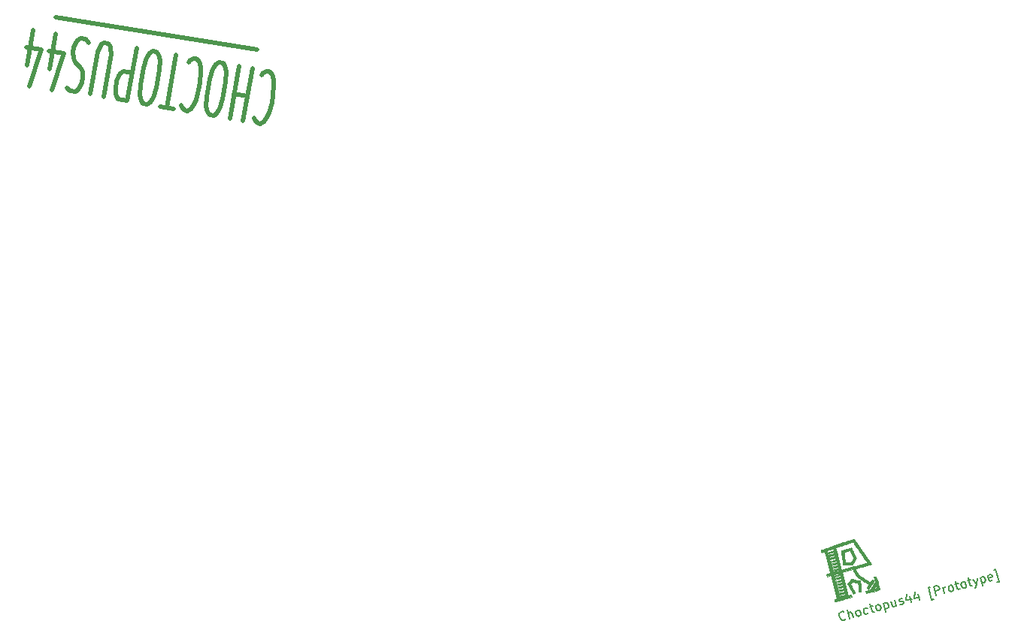
<source format=gto>
G04 #@! TF.GenerationSoftware,KiCad,Pcbnew,(5.1.9)-1*
G04 #@! TF.CreationDate,2021-07-06T13:23:13+03:00*
G04 #@! TF.ProjectId,choctopus44-top-plate,63686f63-746f-4707-9573-34342d746f70,1.0 Prototype*
G04 #@! TF.SameCoordinates,Original*
G04 #@! TF.FileFunction,Legend,Top*
G04 #@! TF.FilePolarity,Positive*
%FSLAX46Y46*%
G04 Gerber Fmt 4.6, Leading zero omitted, Abs format (unit mm)*
G04 Created by KiCad (PCBNEW (5.1.9)-1) date 2021-07-06 13:23:13*
%MOMM*%
%LPD*%
G01*
G04 APERTURE LIST*
%ADD10C,0.500000*%
%ADD11C,0.150000*%
%ADD12C,0.010000*%
%ADD13C,3.600000*%
%ADD14C,2.400000*%
G04 APERTURE END LIST*
D10*
X133050679Y-51294280D02*
X155676998Y-54894795D01*
X156202853Y-57818057D02*
X156378633Y-57558702D01*
X156807726Y-57343558D01*
X157061040Y-57387768D01*
X157391888Y-57735544D01*
X157546957Y-58342674D01*
X157575368Y-58927698D01*
X157505535Y-60075643D01*
X157358167Y-60920022D01*
X157035020Y-62023756D01*
X156810118Y-62564571D01*
X156458559Y-63083280D01*
X156029465Y-63298424D01*
X155776151Y-63254214D01*
X155445303Y-62906439D01*
X155367769Y-62602874D01*
X155161186Y-57056191D02*
X154129612Y-62966847D01*
X154620838Y-60152249D02*
X153100955Y-59886987D01*
X153641303Y-56790929D02*
X152609729Y-62701585D01*
X150836532Y-62392112D02*
X150329904Y-62303692D01*
X150125713Y-61978021D01*
X149970644Y-61370891D01*
X150040478Y-60222947D01*
X150384336Y-58252728D01*
X150707483Y-57148994D01*
X151059042Y-56630285D01*
X151361479Y-56393036D01*
X151868106Y-56481456D01*
X152072298Y-56807126D01*
X152227366Y-57414256D01*
X152157533Y-58562201D01*
X151813675Y-60532419D01*
X151490527Y-61636154D01*
X151138968Y-62154863D01*
X150836532Y-62392112D01*
X147970154Y-56381221D02*
X148145933Y-56121866D01*
X148575027Y-55906722D01*
X148828340Y-55950932D01*
X149159189Y-56298708D01*
X149314257Y-56905837D01*
X149342669Y-57490862D01*
X149272835Y-58638807D01*
X149125468Y-59483186D01*
X148802320Y-60586920D01*
X148577418Y-61127735D01*
X148225859Y-61646444D01*
X147796766Y-61861588D01*
X147543452Y-61817378D01*
X147212604Y-61469603D01*
X147135070Y-61166038D01*
X146276883Y-61596326D02*
X144757000Y-61331064D01*
X146548516Y-55553039D02*
X145516941Y-61463695D01*
X143363774Y-61087907D02*
X142857146Y-60999487D01*
X142652955Y-60673816D01*
X142497886Y-60066686D01*
X142567720Y-58918742D01*
X142911578Y-56948523D01*
X143234725Y-55844789D01*
X143586284Y-55326080D01*
X143888721Y-55088831D01*
X144395348Y-55177251D01*
X144599540Y-55502921D01*
X144754608Y-56110051D01*
X144684775Y-57257996D01*
X144340917Y-59228214D01*
X144017769Y-60331948D01*
X143666210Y-60850658D01*
X143363774Y-61087907D01*
X142115524Y-54779358D02*
X141083949Y-60690014D01*
X140070694Y-60513173D01*
X139866503Y-60187503D01*
X139788969Y-59883938D01*
X139760557Y-59298913D01*
X139907925Y-58454533D01*
X140132827Y-57913719D01*
X140308606Y-57654364D01*
X140611043Y-57417115D01*
X141624298Y-57593956D01*
X138424154Y-60225806D02*
X139259238Y-55440989D01*
X139230827Y-54855964D01*
X139153292Y-54552399D01*
X138949101Y-54226729D01*
X138442474Y-54138308D01*
X138140037Y-54375558D01*
X137964258Y-54634912D01*
X137739356Y-55175727D01*
X136904271Y-59960544D01*
X136746811Y-54132401D02*
X136415963Y-53784626D01*
X135782678Y-53674100D01*
X135480242Y-53911349D01*
X135304462Y-54170704D01*
X135079560Y-54711518D01*
X134981315Y-55274438D01*
X135009727Y-55859463D01*
X135087261Y-56163028D01*
X135291452Y-56488698D01*
X135748957Y-56858578D01*
X135953149Y-57184248D01*
X136030683Y-57487813D01*
X136059095Y-58072838D01*
X135960849Y-58635758D01*
X135735947Y-59176572D01*
X135560168Y-59435927D01*
X135257731Y-59673176D01*
X134624447Y-59562650D01*
X134293599Y-59214875D01*
X132308510Y-57128223D02*
X132996226Y-53187786D01*
X132548814Y-59490428D02*
X133918937Y-55379056D01*
X132272397Y-55091689D01*
X129775372Y-56686120D02*
X130463088Y-52745683D01*
X130015675Y-59048324D02*
X131385799Y-54936953D01*
X129739259Y-54649586D01*
D11*
X221967074Y-119105747D02*
X221933402Y-119164068D01*
X221807738Y-119247038D01*
X221715745Y-119271688D01*
X221565431Y-119262666D01*
X221448788Y-119195322D01*
X221378142Y-119115654D01*
X221282847Y-118943993D01*
X221245873Y-118806003D01*
X221242571Y-118609693D01*
X221263918Y-118505375D01*
X221331261Y-118388733D01*
X221456926Y-118305762D01*
X221548919Y-118281113D01*
X221699233Y-118290135D01*
X221757554Y-118323807D01*
X222405692Y-119086817D02*
X222146873Y-118120891D01*
X222819660Y-118975895D02*
X222684088Y-118469934D01*
X222613442Y-118390265D01*
X222509125Y-118368918D01*
X222371135Y-118405892D01*
X222291467Y-118476538D01*
X222257795Y-118534860D01*
X223417614Y-118815673D02*
X223313296Y-118794326D01*
X223254975Y-118760655D01*
X223184329Y-118680986D01*
X223110381Y-118405008D01*
X223131728Y-118300690D01*
X223165400Y-118242369D01*
X223245068Y-118171723D01*
X223383057Y-118134749D01*
X223487375Y-118156096D01*
X223545696Y-118189767D01*
X223616342Y-118269436D01*
X223690291Y-118545415D01*
X223668943Y-118649732D01*
X223635272Y-118708053D01*
X223555604Y-118778699D01*
X223417614Y-118815673D01*
X224555201Y-118461559D02*
X224475533Y-118532205D01*
X224291547Y-118581504D01*
X224187229Y-118560157D01*
X224128908Y-118526485D01*
X224058262Y-118446817D01*
X223984314Y-118170838D01*
X224005661Y-118066520D01*
X224039333Y-118008199D01*
X224119001Y-117937553D01*
X224302987Y-117888254D01*
X224407305Y-117909601D01*
X224670959Y-117789657D02*
X225038930Y-117691059D01*
X224722675Y-117430707D02*
X224944520Y-118258644D01*
X225015166Y-118338312D01*
X225119483Y-118359659D01*
X225211476Y-118335009D01*
X225671441Y-118211762D02*
X225567123Y-118190415D01*
X225508802Y-118156744D01*
X225438156Y-118077075D01*
X225364208Y-117801096D01*
X225385555Y-117696779D01*
X225419227Y-117638458D01*
X225498895Y-117567812D01*
X225636884Y-117530838D01*
X225741202Y-117552185D01*
X225799523Y-117585856D01*
X225870169Y-117665525D01*
X225944117Y-117941503D01*
X225922770Y-118045821D01*
X225889099Y-118104142D01*
X225809430Y-118174788D01*
X225671441Y-118211762D01*
X226234839Y-117370616D02*
X226493658Y-118336542D01*
X226247163Y-117416613D02*
X226326831Y-117345967D01*
X226510817Y-117296668D01*
X226615135Y-117318015D01*
X226673456Y-117351687D01*
X226744102Y-117431355D01*
X226818050Y-117707334D01*
X226796703Y-117811651D01*
X226763032Y-117869973D01*
X226683363Y-117940619D01*
X226499377Y-117989917D01*
X226395060Y-117968570D01*
X227522740Y-117025524D02*
X227695286Y-117669475D01*
X227108771Y-117136447D02*
X227244343Y-117642408D01*
X227314989Y-117722076D01*
X227419307Y-117743423D01*
X227557296Y-117706449D01*
X227636964Y-117635803D01*
X227670636Y-117577482D01*
X228096929Y-117512556D02*
X228201247Y-117533903D01*
X228385233Y-117484604D01*
X228464901Y-117413958D01*
X228486248Y-117309640D01*
X228473923Y-117263644D01*
X228403277Y-117183976D01*
X228298960Y-117162629D01*
X228160970Y-117199603D01*
X228056653Y-117178256D01*
X227986007Y-117098588D01*
X227973682Y-117052591D01*
X227995029Y-116948274D01*
X228074697Y-116877628D01*
X228212687Y-116840653D01*
X228317004Y-116862001D01*
X229178612Y-116581834D02*
X229351158Y-117225785D01*
X228850032Y-116275486D02*
X228804921Y-117027057D01*
X229402875Y-116866836D01*
X230098542Y-116335340D02*
X230271088Y-116979291D01*
X229769962Y-116028992D02*
X229724850Y-116780563D01*
X230322804Y-116620341D01*
X231875244Y-116894550D02*
X231645262Y-116956174D01*
X231275520Y-115576280D01*
X231505503Y-115514656D01*
X232156943Y-116473977D02*
X231898124Y-115508051D01*
X232266096Y-115409454D01*
X232370413Y-115430801D01*
X232428735Y-115464473D01*
X232499380Y-115544141D01*
X232536355Y-115682130D01*
X232515008Y-115786448D01*
X232481336Y-115844769D01*
X232401668Y-115915415D01*
X232033696Y-116014013D01*
X233122869Y-116215158D02*
X232950323Y-115571208D01*
X232999622Y-115755194D02*
X233020969Y-115650876D01*
X233054640Y-115592555D01*
X233134309Y-115521909D01*
X233226302Y-115497259D01*
X233858812Y-116017963D02*
X233754495Y-115996616D01*
X233696173Y-115962944D01*
X233625528Y-115883276D01*
X233551579Y-115607297D01*
X233572926Y-115502979D01*
X233606598Y-115444658D01*
X233686266Y-115374012D01*
X233824256Y-115337038D01*
X233928573Y-115358385D01*
X233986895Y-115392057D01*
X234057540Y-115471725D01*
X234131489Y-115747704D01*
X234110142Y-115852022D01*
X234076470Y-115910343D01*
X233996802Y-115980989D01*
X233858812Y-116017963D01*
X234284220Y-115213791D02*
X234652192Y-115115193D01*
X234335937Y-114854841D02*
X234557782Y-115682778D01*
X234628428Y-115762446D01*
X234732745Y-115783793D01*
X234824738Y-115759144D01*
X235284703Y-115635897D02*
X235180385Y-115614550D01*
X235122064Y-115580878D01*
X235051418Y-115501210D01*
X234977470Y-115225231D01*
X234998817Y-115120913D01*
X235032489Y-115062592D01*
X235112157Y-114991946D01*
X235250146Y-114954972D01*
X235354464Y-114976319D01*
X235412785Y-115009991D01*
X235483431Y-115089659D01*
X235557379Y-115365638D01*
X235536032Y-115469955D01*
X235502360Y-115528277D01*
X235422692Y-115598922D01*
X235284703Y-115635897D01*
X235710111Y-114831725D02*
X236078083Y-114733127D01*
X235761827Y-114472775D02*
X235983672Y-115300712D01*
X236054318Y-115380380D01*
X236158636Y-115401727D01*
X236250629Y-115377078D01*
X236308065Y-114671503D02*
X236710593Y-115253830D01*
X236768030Y-114548256D02*
X236710593Y-115253830D01*
X236680224Y-115508462D01*
X236646552Y-115566783D01*
X236566884Y-115637429D01*
X237136001Y-114449658D02*
X237394820Y-115415584D01*
X237148326Y-114495655D02*
X237227994Y-114425009D01*
X237411980Y-114375710D01*
X237516298Y-114397057D01*
X237574619Y-114430729D01*
X237645265Y-114510397D01*
X237719213Y-114786376D01*
X237697866Y-114890694D01*
X237664194Y-114949015D01*
X237584526Y-115019661D01*
X237400540Y-115068960D01*
X237296223Y-115047613D01*
X238538127Y-114714845D02*
X238458459Y-114785491D01*
X238274473Y-114834790D01*
X238170156Y-114813443D01*
X238099510Y-114733775D01*
X238000912Y-114365803D01*
X238022259Y-114261485D01*
X238101927Y-114190839D01*
X238285913Y-114141541D01*
X238390231Y-114162888D01*
X238460877Y-114242556D01*
X238485526Y-114334549D01*
X238050211Y-114549789D01*
X239004697Y-114984219D02*
X239234679Y-114922596D01*
X238864938Y-113542702D01*
X238634955Y-113604325D01*
D12*
G36*
X223870909Y-111519845D02*
G01*
X224852658Y-112948495D01*
X224739799Y-112989593D01*
X224700736Y-113002293D01*
X224632716Y-113022693D01*
X224539499Y-113049729D01*
X224424841Y-113082343D01*
X224292501Y-113119473D01*
X224146238Y-113160057D01*
X223989810Y-113203033D01*
X223830142Y-113246482D01*
X223640668Y-113297977D01*
X223481752Y-113341595D01*
X223351182Y-113377999D01*
X223246743Y-113407849D01*
X223166222Y-113431804D01*
X223107404Y-113450530D01*
X223068075Y-113464683D01*
X223046023Y-113474927D01*
X223039031Y-113481922D01*
X223039117Y-113482642D01*
X223048990Y-113502631D01*
X223073463Y-113547391D01*
X223110022Y-113612464D01*
X223156153Y-113693396D01*
X223209343Y-113785731D01*
X223237274Y-113833878D01*
X223429657Y-114164748D01*
X223566122Y-114254153D01*
X223613085Y-114284926D01*
X223683933Y-114331356D01*
X223774225Y-114390534D01*
X223879524Y-114459551D01*
X223995389Y-114535495D01*
X224117379Y-114615457D01*
X224205659Y-114673324D01*
X224322491Y-114749517D01*
X224430582Y-114819262D01*
X224526635Y-114880487D01*
X224607351Y-114931122D01*
X224669429Y-114969094D01*
X224709571Y-114992332D01*
X224724262Y-114998927D01*
X224739037Y-114983766D01*
X224767451Y-114945726D01*
X224805286Y-114890708D01*
X224844444Y-114830718D01*
X224949095Y-114666671D01*
X225060560Y-114734971D01*
X225114254Y-114768666D01*
X225155413Y-114795986D01*
X225176532Y-114811915D01*
X225177693Y-114813295D01*
X225170159Y-114829039D01*
X225146771Y-114869070D01*
X225110133Y-114929284D01*
X225062849Y-115005575D01*
X225007526Y-115093837D01*
X224946767Y-115189965D01*
X224883177Y-115289853D01*
X224819360Y-115389396D01*
X224757922Y-115484488D01*
X224701467Y-115571023D01*
X224652600Y-115644895D01*
X224613924Y-115701998D01*
X224613536Y-115702561D01*
X224562304Y-115776681D01*
X224458662Y-115708998D01*
X224407346Y-115673807D01*
X224368676Y-115644129D01*
X224350294Y-115625872D01*
X224349855Y-115624867D01*
X224356711Y-115605237D01*
X224379154Y-115563464D01*
X224413790Y-115505451D01*
X224457222Y-115437102D01*
X224462731Y-115428686D01*
X224580774Y-115248952D01*
X224531261Y-115217788D01*
X224506968Y-115202118D01*
X224457532Y-115169915D01*
X224386108Y-115123246D01*
X224295854Y-115064179D01*
X224189926Y-114994780D01*
X224071484Y-114917117D01*
X223943683Y-114833256D01*
X223855966Y-114775664D01*
X223230183Y-114364705D01*
X223041075Y-114038591D01*
X222982838Y-113938262D01*
X222927375Y-113842898D01*
X222877965Y-113758122D01*
X222837884Y-113689554D01*
X222810410Y-113642814D01*
X222804658Y-113633119D01*
X222757347Y-113553760D01*
X221565654Y-113873073D01*
X222266881Y-116490087D01*
X222577652Y-116406816D01*
X222647775Y-116668519D01*
X221750221Y-116909018D01*
X221580376Y-116954723D01*
X221419282Y-116998451D01*
X221270117Y-117039315D01*
X221136056Y-117076425D01*
X221020273Y-117108896D01*
X220925944Y-117135838D01*
X220856246Y-117156363D01*
X220814354Y-117169585D01*
X220804292Y-117173435D01*
X220755917Y-117197353D01*
X220684699Y-116931563D01*
X220746004Y-116915011D01*
X220794891Y-116900140D01*
X220859787Y-116878274D01*
X220914921Y-116858450D01*
X221022532Y-116818440D01*
X221017225Y-116798636D01*
X221278927Y-116728513D01*
X221284962Y-116735592D01*
X221300736Y-116737950D01*
X221330135Y-116734824D01*
X221377045Y-116725453D01*
X221445353Y-116709073D01*
X221538946Y-116684923D01*
X221645341Y-116656629D01*
X221764265Y-116624481D01*
X221854108Y-116599375D01*
X221918618Y-116580028D01*
X221961541Y-116565157D01*
X221986626Y-116553480D01*
X221997616Y-116543711D01*
X221998606Y-116535675D01*
X221992571Y-116528597D01*
X221976798Y-116526239D01*
X221947399Y-116529365D01*
X221900489Y-116538735D01*
X221832181Y-116555115D01*
X221738587Y-116579266D01*
X221632193Y-116607560D01*
X221513269Y-116639708D01*
X221423425Y-116664814D01*
X221358915Y-116684160D01*
X221315992Y-116699031D01*
X221290908Y-116710709D01*
X221279916Y-116720477D01*
X221278927Y-116728513D01*
X221017225Y-116798636D01*
X220927381Y-116463331D01*
X221189082Y-116393208D01*
X221232909Y-116556771D01*
X221952588Y-116363934D01*
X221908761Y-116200371D01*
X221189082Y-116393208D01*
X220927381Y-116463331D01*
X220839727Y-116136204D01*
X221101428Y-116066081D01*
X221149638Y-116246001D01*
X221869317Y-116053164D01*
X221821108Y-115873244D01*
X221101428Y-116066081D01*
X220839727Y-116136204D01*
X220747691Y-115792720D01*
X221009392Y-115722598D01*
X221061984Y-115918874D01*
X221781664Y-115726036D01*
X221729072Y-115529760D01*
X221009392Y-115722598D01*
X220747691Y-115792720D01*
X220655655Y-115449237D01*
X220917356Y-115379115D01*
X220974331Y-115591748D01*
X221694011Y-115398910D01*
X221637036Y-115186277D01*
X220917356Y-115379115D01*
X220655655Y-115449237D01*
X220568002Y-115122111D01*
X220829703Y-115051988D01*
X220877912Y-115231907D01*
X221597592Y-115039070D01*
X221549383Y-114859151D01*
X220829703Y-115051988D01*
X220568002Y-115122111D01*
X220480349Y-114794984D01*
X220742050Y-114724861D01*
X220794642Y-114921137D01*
X221514321Y-114728300D01*
X221461729Y-114532024D01*
X220742050Y-114724861D01*
X220480349Y-114794984D01*
X220392695Y-114467857D01*
X220654396Y-114397734D01*
X220702606Y-114577654D01*
X221422285Y-114384817D01*
X221374076Y-114204896D01*
X220654396Y-114397734D01*
X220392695Y-114467857D01*
X220326955Y-114222511D01*
X220588656Y-114152389D01*
X220619335Y-114266883D01*
X221339014Y-114074045D01*
X221302614Y-113938197D01*
X221121446Y-113998105D01*
X221022884Y-114029557D01*
X220911855Y-114063220D01*
X220806406Y-114093682D01*
X220764468Y-114105201D01*
X220588656Y-114152389D01*
X220326955Y-114222511D01*
X219868978Y-114345226D01*
X219798855Y-114083525D01*
X220256832Y-113960810D01*
X220221771Y-113829959D01*
X220483472Y-113759837D01*
X220518534Y-113890688D01*
X220816989Y-113810523D01*
X220917007Y-113783071D01*
X221009564Y-113756578D01*
X221088083Y-113733011D01*
X221145986Y-113714337D01*
X221174064Y-113703786D01*
X221211794Y-113683623D01*
X221224540Y-113662221D01*
X221219161Y-113626808D01*
X221217917Y-113622106D01*
X221203152Y-113566999D01*
X220483472Y-113759837D01*
X220221771Y-113829959D01*
X220134118Y-113502833D01*
X220395819Y-113432710D01*
X220448411Y-113628986D01*
X221168090Y-113436149D01*
X221115498Y-113239873D01*
X220395819Y-113432710D01*
X220134118Y-113502833D01*
X220046464Y-113175706D01*
X220308165Y-113105583D01*
X220360757Y-113301859D01*
X221080437Y-113109022D01*
X221027845Y-112912746D01*
X220308165Y-113105583D01*
X220046464Y-113175706D01*
X219954428Y-112832222D01*
X220216129Y-112762100D01*
X220268721Y-112958376D01*
X220988401Y-112765538D01*
X220935809Y-112569262D01*
X220216129Y-112762100D01*
X219954428Y-112832222D01*
X219862392Y-112488739D01*
X220124093Y-112418617D01*
X220181068Y-112631249D01*
X220900747Y-112438411D01*
X220896822Y-112423763D01*
X221158524Y-112353640D01*
X221496447Y-113614787D01*
X222953070Y-113211765D01*
X223168123Y-113152220D01*
X223373672Y-113095217D01*
X223567399Y-113041408D01*
X223746984Y-112991439D01*
X223910104Y-112945959D01*
X224054440Y-112905617D01*
X224177671Y-112871062D01*
X224277476Y-112842943D01*
X224351535Y-112821907D01*
X224397528Y-112808603D01*
X224413131Y-112803697D01*
X224404385Y-112789315D01*
X224378117Y-112749521D01*
X224336023Y-112686790D01*
X224279798Y-112603596D01*
X224211139Y-112502414D01*
X224131743Y-112385719D01*
X224043304Y-112255983D01*
X223947520Y-112115683D01*
X223846087Y-111967291D01*
X223740699Y-111813283D01*
X223633054Y-111656133D01*
X223524847Y-111498314D01*
X223417776Y-111342302D01*
X223313535Y-111190571D01*
X223213822Y-111045594D01*
X223120330Y-110909847D01*
X223034759Y-110785804D01*
X222958802Y-110675939D01*
X222894157Y-110582726D01*
X222842520Y-110508639D01*
X222805585Y-110456154D01*
X222785050Y-110427744D01*
X222781433Y-110423317D01*
X222763610Y-110427151D01*
X222716682Y-110441315D01*
X222643477Y-110464861D01*
X222546820Y-110496835D01*
X222429539Y-110536288D01*
X222294462Y-110582269D01*
X222144415Y-110633828D01*
X221982226Y-110690014D01*
X221823265Y-110745483D01*
X221651687Y-110805527D01*
X221489183Y-110862329D01*
X221338645Y-110914885D01*
X221202967Y-110962186D01*
X221085046Y-111003226D01*
X220987774Y-111036996D01*
X220914045Y-111062490D01*
X220866754Y-111078700D01*
X220849146Y-111084530D01*
X220844241Y-111087399D01*
X220841159Y-111094289D01*
X220840422Y-111107355D01*
X220842556Y-111128748D01*
X220848086Y-111160619D01*
X220857536Y-111205122D01*
X220871431Y-111264407D01*
X220890295Y-111340627D01*
X220914652Y-111435933D01*
X220945028Y-111552477D01*
X220981947Y-111692412D01*
X221025934Y-111857890D01*
X221077513Y-112051061D01*
X221137208Y-112274078D01*
X221158524Y-112353640D01*
X220896822Y-112423763D01*
X220843773Y-112225779D01*
X220124093Y-112418617D01*
X219862392Y-112488739D01*
X219774739Y-112161612D01*
X220036440Y-112091489D01*
X220089032Y-112287766D01*
X220808711Y-112094928D01*
X220756119Y-111898652D01*
X220036440Y-112091489D01*
X219774739Y-112161612D01*
X219682703Y-111818129D01*
X219944404Y-111748006D01*
X219996996Y-111944282D01*
X220716675Y-111751445D01*
X220664083Y-111555169D01*
X219944404Y-111748006D01*
X219682703Y-111818129D01*
X219647641Y-111687278D01*
X219907710Y-111617593D01*
X220629022Y-111424318D01*
X220564752Y-111184460D01*
X220480659Y-111214102D01*
X220435486Y-111229917D01*
X220366050Y-111254096D01*
X220280100Y-111283946D01*
X220185385Y-111316775D01*
X220131843Y-111335305D01*
X219867120Y-111426866D01*
X219887416Y-111522230D01*
X219907710Y-111617593D01*
X219647641Y-111687278D01*
X219602971Y-111520567D01*
X219436699Y-111577492D01*
X219356976Y-111604320D01*
X219302771Y-111617817D01*
X219267297Y-111614817D01*
X219243767Y-111592155D01*
X219225393Y-111546663D01*
X219205388Y-111475176D01*
X219203659Y-111468778D01*
X219190275Y-111415609D01*
X219187781Y-111386165D01*
X219197521Y-111371676D01*
X219219775Y-111363658D01*
X219241086Y-111356677D01*
X219292251Y-111339266D01*
X219371146Y-111312163D01*
X219475654Y-111276102D01*
X219603652Y-111231818D01*
X219753020Y-111180047D01*
X219921638Y-111121526D01*
X220107385Y-111056989D01*
X220308138Y-110987172D01*
X220521781Y-110912810D01*
X220746189Y-110834641D01*
X220979243Y-110753398D01*
X220996195Y-110747486D01*
X221230691Y-110665723D01*
X221457300Y-110586744D01*
X221673839Y-110511308D01*
X221878127Y-110440175D01*
X222067983Y-110374101D01*
X222241226Y-110313845D01*
X222395673Y-110260167D01*
X222529143Y-110213824D01*
X222639457Y-110175576D01*
X222724430Y-110146178D01*
X222781883Y-110126392D01*
X222809634Y-110116976D01*
X222810117Y-110116819D01*
X222889160Y-110091193D01*
X223870909Y-111519845D01*
G37*
X223870909Y-111519845D02*
X224852658Y-112948495D01*
X224739799Y-112989593D01*
X224700736Y-113002293D01*
X224632716Y-113022693D01*
X224539499Y-113049729D01*
X224424841Y-113082343D01*
X224292501Y-113119473D01*
X224146238Y-113160057D01*
X223989810Y-113203033D01*
X223830142Y-113246482D01*
X223640668Y-113297977D01*
X223481752Y-113341595D01*
X223351182Y-113377999D01*
X223246743Y-113407849D01*
X223166222Y-113431804D01*
X223107404Y-113450530D01*
X223068075Y-113464683D01*
X223046023Y-113474927D01*
X223039031Y-113481922D01*
X223039117Y-113482642D01*
X223048990Y-113502631D01*
X223073463Y-113547391D01*
X223110022Y-113612464D01*
X223156153Y-113693396D01*
X223209343Y-113785731D01*
X223237274Y-113833878D01*
X223429657Y-114164748D01*
X223566122Y-114254153D01*
X223613085Y-114284926D01*
X223683933Y-114331356D01*
X223774225Y-114390534D01*
X223879524Y-114459551D01*
X223995389Y-114535495D01*
X224117379Y-114615457D01*
X224205659Y-114673324D01*
X224322491Y-114749517D01*
X224430582Y-114819262D01*
X224526635Y-114880487D01*
X224607351Y-114931122D01*
X224669429Y-114969094D01*
X224709571Y-114992332D01*
X224724262Y-114998927D01*
X224739037Y-114983766D01*
X224767451Y-114945726D01*
X224805286Y-114890708D01*
X224844444Y-114830718D01*
X224949095Y-114666671D01*
X225060560Y-114734971D01*
X225114254Y-114768666D01*
X225155413Y-114795986D01*
X225176532Y-114811915D01*
X225177693Y-114813295D01*
X225170159Y-114829039D01*
X225146771Y-114869070D01*
X225110133Y-114929284D01*
X225062849Y-115005575D01*
X225007526Y-115093837D01*
X224946767Y-115189965D01*
X224883177Y-115289853D01*
X224819360Y-115389396D01*
X224757922Y-115484488D01*
X224701467Y-115571023D01*
X224652600Y-115644895D01*
X224613924Y-115701998D01*
X224613536Y-115702561D01*
X224562304Y-115776681D01*
X224458662Y-115708998D01*
X224407346Y-115673807D01*
X224368676Y-115644129D01*
X224350294Y-115625872D01*
X224349855Y-115624867D01*
X224356711Y-115605237D01*
X224379154Y-115563464D01*
X224413790Y-115505451D01*
X224457222Y-115437102D01*
X224462731Y-115428686D01*
X224580774Y-115248952D01*
X224531261Y-115217788D01*
X224506968Y-115202118D01*
X224457532Y-115169915D01*
X224386108Y-115123246D01*
X224295854Y-115064179D01*
X224189926Y-114994780D01*
X224071484Y-114917117D01*
X223943683Y-114833256D01*
X223855966Y-114775664D01*
X223230183Y-114364705D01*
X223041075Y-114038591D01*
X222982838Y-113938262D01*
X222927375Y-113842898D01*
X222877965Y-113758122D01*
X222837884Y-113689554D01*
X222810410Y-113642814D01*
X222804658Y-113633119D01*
X222757347Y-113553760D01*
X221565654Y-113873073D01*
X222266881Y-116490087D01*
X222577652Y-116406816D01*
X222647775Y-116668519D01*
X221750221Y-116909018D01*
X221580376Y-116954723D01*
X221419282Y-116998451D01*
X221270117Y-117039315D01*
X221136056Y-117076425D01*
X221020273Y-117108896D01*
X220925944Y-117135838D01*
X220856246Y-117156363D01*
X220814354Y-117169585D01*
X220804292Y-117173435D01*
X220755917Y-117197353D01*
X220684699Y-116931563D01*
X220746004Y-116915011D01*
X220794891Y-116900140D01*
X220859787Y-116878274D01*
X220914921Y-116858450D01*
X221022532Y-116818440D01*
X221017225Y-116798636D01*
X221278927Y-116728513D01*
X221284962Y-116735592D01*
X221300736Y-116737950D01*
X221330135Y-116734824D01*
X221377045Y-116725453D01*
X221445353Y-116709073D01*
X221538946Y-116684923D01*
X221645341Y-116656629D01*
X221764265Y-116624481D01*
X221854108Y-116599375D01*
X221918618Y-116580028D01*
X221961541Y-116565157D01*
X221986626Y-116553480D01*
X221997616Y-116543711D01*
X221998606Y-116535675D01*
X221992571Y-116528597D01*
X221976798Y-116526239D01*
X221947399Y-116529365D01*
X221900489Y-116538735D01*
X221832181Y-116555115D01*
X221738587Y-116579266D01*
X221632193Y-116607560D01*
X221513269Y-116639708D01*
X221423425Y-116664814D01*
X221358915Y-116684160D01*
X221315992Y-116699031D01*
X221290908Y-116710709D01*
X221279916Y-116720477D01*
X221278927Y-116728513D01*
X221017225Y-116798636D01*
X220927381Y-116463331D01*
X221189082Y-116393208D01*
X221232909Y-116556771D01*
X221952588Y-116363934D01*
X221908761Y-116200371D01*
X221189082Y-116393208D01*
X220927381Y-116463331D01*
X220839727Y-116136204D01*
X221101428Y-116066081D01*
X221149638Y-116246001D01*
X221869317Y-116053164D01*
X221821108Y-115873244D01*
X221101428Y-116066081D01*
X220839727Y-116136204D01*
X220747691Y-115792720D01*
X221009392Y-115722598D01*
X221061984Y-115918874D01*
X221781664Y-115726036D01*
X221729072Y-115529760D01*
X221009392Y-115722598D01*
X220747691Y-115792720D01*
X220655655Y-115449237D01*
X220917356Y-115379115D01*
X220974331Y-115591748D01*
X221694011Y-115398910D01*
X221637036Y-115186277D01*
X220917356Y-115379115D01*
X220655655Y-115449237D01*
X220568002Y-115122111D01*
X220829703Y-115051988D01*
X220877912Y-115231907D01*
X221597592Y-115039070D01*
X221549383Y-114859151D01*
X220829703Y-115051988D01*
X220568002Y-115122111D01*
X220480349Y-114794984D01*
X220742050Y-114724861D01*
X220794642Y-114921137D01*
X221514321Y-114728300D01*
X221461729Y-114532024D01*
X220742050Y-114724861D01*
X220480349Y-114794984D01*
X220392695Y-114467857D01*
X220654396Y-114397734D01*
X220702606Y-114577654D01*
X221422285Y-114384817D01*
X221374076Y-114204896D01*
X220654396Y-114397734D01*
X220392695Y-114467857D01*
X220326955Y-114222511D01*
X220588656Y-114152389D01*
X220619335Y-114266883D01*
X221339014Y-114074045D01*
X221302614Y-113938197D01*
X221121446Y-113998105D01*
X221022884Y-114029557D01*
X220911855Y-114063220D01*
X220806406Y-114093682D01*
X220764468Y-114105201D01*
X220588656Y-114152389D01*
X220326955Y-114222511D01*
X219868978Y-114345226D01*
X219798855Y-114083525D01*
X220256832Y-113960810D01*
X220221771Y-113829959D01*
X220483472Y-113759837D01*
X220518534Y-113890688D01*
X220816989Y-113810523D01*
X220917007Y-113783071D01*
X221009564Y-113756578D01*
X221088083Y-113733011D01*
X221145986Y-113714337D01*
X221174064Y-113703786D01*
X221211794Y-113683623D01*
X221224540Y-113662221D01*
X221219161Y-113626808D01*
X221217917Y-113622106D01*
X221203152Y-113566999D01*
X220483472Y-113759837D01*
X220221771Y-113829959D01*
X220134118Y-113502833D01*
X220395819Y-113432710D01*
X220448411Y-113628986D01*
X221168090Y-113436149D01*
X221115498Y-113239873D01*
X220395819Y-113432710D01*
X220134118Y-113502833D01*
X220046464Y-113175706D01*
X220308165Y-113105583D01*
X220360757Y-113301859D01*
X221080437Y-113109022D01*
X221027845Y-112912746D01*
X220308165Y-113105583D01*
X220046464Y-113175706D01*
X219954428Y-112832222D01*
X220216129Y-112762100D01*
X220268721Y-112958376D01*
X220988401Y-112765538D01*
X220935809Y-112569262D01*
X220216129Y-112762100D01*
X219954428Y-112832222D01*
X219862392Y-112488739D01*
X220124093Y-112418617D01*
X220181068Y-112631249D01*
X220900747Y-112438411D01*
X220896822Y-112423763D01*
X221158524Y-112353640D01*
X221496447Y-113614787D01*
X222953070Y-113211765D01*
X223168123Y-113152220D01*
X223373672Y-113095217D01*
X223567399Y-113041408D01*
X223746984Y-112991439D01*
X223910104Y-112945959D01*
X224054440Y-112905617D01*
X224177671Y-112871062D01*
X224277476Y-112842943D01*
X224351535Y-112821907D01*
X224397528Y-112808603D01*
X224413131Y-112803697D01*
X224404385Y-112789315D01*
X224378117Y-112749521D01*
X224336023Y-112686790D01*
X224279798Y-112603596D01*
X224211139Y-112502414D01*
X224131743Y-112385719D01*
X224043304Y-112255983D01*
X223947520Y-112115683D01*
X223846087Y-111967291D01*
X223740699Y-111813283D01*
X223633054Y-111656133D01*
X223524847Y-111498314D01*
X223417776Y-111342302D01*
X223313535Y-111190571D01*
X223213822Y-111045594D01*
X223120330Y-110909847D01*
X223034759Y-110785804D01*
X222958802Y-110675939D01*
X222894157Y-110582726D01*
X222842520Y-110508639D01*
X222805585Y-110456154D01*
X222785050Y-110427744D01*
X222781433Y-110423317D01*
X222763610Y-110427151D01*
X222716682Y-110441315D01*
X222643477Y-110464861D01*
X222546820Y-110496835D01*
X222429539Y-110536288D01*
X222294462Y-110582269D01*
X222144415Y-110633828D01*
X221982226Y-110690014D01*
X221823265Y-110745483D01*
X221651687Y-110805527D01*
X221489183Y-110862329D01*
X221338645Y-110914885D01*
X221202967Y-110962186D01*
X221085046Y-111003226D01*
X220987774Y-111036996D01*
X220914045Y-111062490D01*
X220866754Y-111078700D01*
X220849146Y-111084530D01*
X220844241Y-111087399D01*
X220841159Y-111094289D01*
X220840422Y-111107355D01*
X220842556Y-111128748D01*
X220848086Y-111160619D01*
X220857536Y-111205122D01*
X220871431Y-111264407D01*
X220890295Y-111340627D01*
X220914652Y-111435933D01*
X220945028Y-111552477D01*
X220981947Y-111692412D01*
X221025934Y-111857890D01*
X221077513Y-112051061D01*
X221137208Y-112274078D01*
X221158524Y-112353640D01*
X220896822Y-112423763D01*
X220843773Y-112225779D01*
X220124093Y-112418617D01*
X219862392Y-112488739D01*
X219774739Y-112161612D01*
X220036440Y-112091489D01*
X220089032Y-112287766D01*
X220808711Y-112094928D01*
X220756119Y-111898652D01*
X220036440Y-112091489D01*
X219774739Y-112161612D01*
X219682703Y-111818129D01*
X219944404Y-111748006D01*
X219996996Y-111944282D01*
X220716675Y-111751445D01*
X220664083Y-111555169D01*
X219944404Y-111748006D01*
X219682703Y-111818129D01*
X219647641Y-111687278D01*
X219907710Y-111617593D01*
X220629022Y-111424318D01*
X220564752Y-111184460D01*
X220480659Y-111214102D01*
X220435486Y-111229917D01*
X220366050Y-111254096D01*
X220280100Y-111283946D01*
X220185385Y-111316775D01*
X220131843Y-111335305D01*
X219867120Y-111426866D01*
X219887416Y-111522230D01*
X219907710Y-111617593D01*
X219647641Y-111687278D01*
X219602971Y-111520567D01*
X219436699Y-111577492D01*
X219356976Y-111604320D01*
X219302771Y-111617817D01*
X219267297Y-111614817D01*
X219243767Y-111592155D01*
X219225393Y-111546663D01*
X219205388Y-111475176D01*
X219203659Y-111468778D01*
X219190275Y-111415609D01*
X219187781Y-111386165D01*
X219197521Y-111371676D01*
X219219775Y-111363658D01*
X219241086Y-111356677D01*
X219292251Y-111339266D01*
X219371146Y-111312163D01*
X219475654Y-111276102D01*
X219603652Y-111231818D01*
X219753020Y-111180047D01*
X219921638Y-111121526D01*
X220107385Y-111056989D01*
X220308138Y-110987172D01*
X220521781Y-110912810D01*
X220746189Y-110834641D01*
X220979243Y-110753398D01*
X220996195Y-110747486D01*
X221230691Y-110665723D01*
X221457300Y-110586744D01*
X221673839Y-110511308D01*
X221878127Y-110440175D01*
X222067983Y-110374101D01*
X222241226Y-110313845D01*
X222395673Y-110260167D01*
X222529143Y-110213824D01*
X222639457Y-110175576D01*
X222724430Y-110146178D01*
X222781883Y-110126392D01*
X222809634Y-110116976D01*
X222810117Y-110116819D01*
X222889160Y-110091193D01*
X223870909Y-111519845D01*
G36*
X225593986Y-114971871D02*
G01*
X225633030Y-115118753D01*
X225669962Y-115259715D01*
X225703680Y-115390397D01*
X225733079Y-115506440D01*
X225757058Y-115603485D01*
X225774515Y-115677172D01*
X225784346Y-115723142D01*
X225785046Y-115727088D01*
X225804202Y-115840287D01*
X225122861Y-116019537D01*
X224972557Y-116058939D01*
X224829083Y-116096284D01*
X224696498Y-116130536D01*
X224578865Y-116160655D01*
X224480245Y-116185605D01*
X224404700Y-116204345D01*
X224356293Y-116215840D01*
X224345889Y-116218085D01*
X224250259Y-116237384D01*
X224182434Y-115984260D01*
X224702678Y-115858955D01*
X224706908Y-115852434D01*
X225108745Y-115744763D01*
X225301105Y-115693910D01*
X225493464Y-115643058D01*
X225400612Y-115296529D01*
X225340756Y-115383912D01*
X225303459Y-115439614D01*
X225256702Y-115511205D01*
X225208876Y-115585796D01*
X225194822Y-115608029D01*
X225108745Y-115744763D01*
X224706908Y-115852434D01*
X225002972Y-115396094D01*
X225303267Y-114933232D01*
X225160381Y-114399976D01*
X225422083Y-114329853D01*
X225593986Y-114971871D01*
G37*
X225593986Y-114971871D02*
X225633030Y-115118753D01*
X225669962Y-115259715D01*
X225703680Y-115390397D01*
X225733079Y-115506440D01*
X225757058Y-115603485D01*
X225774515Y-115677172D01*
X225784346Y-115723142D01*
X225785046Y-115727088D01*
X225804202Y-115840287D01*
X225122861Y-116019537D01*
X224972557Y-116058939D01*
X224829083Y-116096284D01*
X224696498Y-116130536D01*
X224578865Y-116160655D01*
X224480245Y-116185605D01*
X224404700Y-116204345D01*
X224356293Y-116215840D01*
X224345889Y-116218085D01*
X224250259Y-116237384D01*
X224182434Y-115984260D01*
X224702678Y-115858955D01*
X224706908Y-115852434D01*
X225108745Y-115744763D01*
X225301105Y-115693910D01*
X225493464Y-115643058D01*
X225400612Y-115296529D01*
X225340756Y-115383912D01*
X225303459Y-115439614D01*
X225256702Y-115511205D01*
X225208876Y-115585796D01*
X225194822Y-115608029D01*
X225108745Y-115744763D01*
X224706908Y-115852434D01*
X225002972Y-115396094D01*
X225303267Y-114933232D01*
X225160381Y-114399976D01*
X225422083Y-114329853D01*
X225593986Y-114971871D01*
G36*
X223090636Y-114743767D02*
G01*
X223216067Y-114764772D01*
X223330892Y-114784438D01*
X223430789Y-114801988D01*
X223511433Y-114816648D01*
X223568502Y-114827644D01*
X223597670Y-114834198D01*
X223600244Y-114835128D01*
X223605116Y-114853112D01*
X223612589Y-114900100D01*
X223622166Y-114971373D01*
X223633352Y-115062211D01*
X223645648Y-115167895D01*
X223658558Y-115283704D01*
X223671585Y-115404920D01*
X223684235Y-115526821D01*
X223696007Y-115644688D01*
X223706408Y-115753802D01*
X223714939Y-115849442D01*
X223721105Y-115926889D01*
X223724409Y-115981422D01*
X223724353Y-116008323D01*
X223723875Y-116010008D01*
X223705771Y-116016181D01*
X223664297Y-116023650D01*
X223609852Y-116031174D01*
X223552838Y-116037511D01*
X223503654Y-116041421D01*
X223472702Y-116041664D01*
X223467904Y-116040547D01*
X223463918Y-116022960D01*
X223457334Y-115976025D01*
X223448657Y-115904120D01*
X223438387Y-115811620D01*
X223427028Y-115702905D01*
X223415085Y-115582350D01*
X223414145Y-115572601D01*
X223402252Y-115450297D01*
X223391132Y-115338560D01*
X223381260Y-115241971D01*
X223373113Y-115165109D01*
X223367166Y-115112552D01*
X223363898Y-115088883D01*
X223363805Y-115088511D01*
X223346658Y-115080749D01*
X223302305Y-115068936D01*
X223237008Y-115054228D01*
X223157022Y-115037781D01*
X223068610Y-115020752D01*
X222978027Y-115004299D01*
X222891535Y-114989579D01*
X222815390Y-114977747D01*
X222755853Y-114969962D01*
X222719182Y-114967380D01*
X222712262Y-114968079D01*
X222691963Y-114983563D01*
X222659162Y-115018109D01*
X222619958Y-115064090D01*
X222580449Y-115113878D01*
X222546733Y-115159843D01*
X222524909Y-115194361D01*
X222520074Y-115208473D01*
X222529482Y-115227824D01*
X222553750Y-115272767D01*
X222590793Y-115339574D01*
X222638519Y-115424519D01*
X222694842Y-115523873D01*
X222757674Y-115633909D01*
X222788235Y-115687169D01*
X222852847Y-115800142D01*
X222911387Y-115903538D01*
X222961863Y-115993761D01*
X223002287Y-116067212D01*
X223030669Y-116120292D01*
X223045016Y-116149404D01*
X223046332Y-116153811D01*
X223030181Y-116165788D01*
X222992078Y-116189478D01*
X222939681Y-116220153D01*
X222929580Y-116225906D01*
X222876422Y-116256086D01*
X222836958Y-116278554D01*
X222818361Y-116289225D01*
X222817777Y-116289583D01*
X222809656Y-116275504D01*
X222786578Y-116235282D01*
X222750409Y-116172169D01*
X222703011Y-116089417D01*
X222646246Y-115990280D01*
X222581978Y-115878009D01*
X222512070Y-115755857D01*
X222510312Y-115752786D01*
X222439645Y-115629028D01*
X222374132Y-115513785D01*
X222315731Y-115410540D01*
X222266401Y-115322778D01*
X222228097Y-115253978D01*
X222202778Y-115207625D01*
X222192435Y-115187290D01*
X222190851Y-115177268D01*
X222194337Y-115163665D01*
X222205049Y-115143645D01*
X222225144Y-115114366D01*
X222256777Y-115072993D01*
X222302103Y-115016687D01*
X222363281Y-114942610D01*
X222442464Y-114847924D01*
X222523098Y-114752015D01*
X222598645Y-114662270D01*
X223090636Y-114743767D01*
G37*
X223090636Y-114743767D02*
X223216067Y-114764772D01*
X223330892Y-114784438D01*
X223430789Y-114801988D01*
X223511433Y-114816648D01*
X223568502Y-114827644D01*
X223597670Y-114834198D01*
X223600244Y-114835128D01*
X223605116Y-114853112D01*
X223612589Y-114900100D01*
X223622166Y-114971373D01*
X223633352Y-115062211D01*
X223645648Y-115167895D01*
X223658558Y-115283704D01*
X223671585Y-115404920D01*
X223684235Y-115526821D01*
X223696007Y-115644688D01*
X223706408Y-115753802D01*
X223714939Y-115849442D01*
X223721105Y-115926889D01*
X223724409Y-115981422D01*
X223724353Y-116008323D01*
X223723875Y-116010008D01*
X223705771Y-116016181D01*
X223664297Y-116023650D01*
X223609852Y-116031174D01*
X223552838Y-116037511D01*
X223503654Y-116041421D01*
X223472702Y-116041664D01*
X223467904Y-116040547D01*
X223463918Y-116022960D01*
X223457334Y-115976025D01*
X223448657Y-115904120D01*
X223438387Y-115811620D01*
X223427028Y-115702905D01*
X223415085Y-115582350D01*
X223414145Y-115572601D01*
X223402252Y-115450297D01*
X223391132Y-115338560D01*
X223381260Y-115241971D01*
X223373113Y-115165109D01*
X223367166Y-115112552D01*
X223363898Y-115088883D01*
X223363805Y-115088511D01*
X223346658Y-115080749D01*
X223302305Y-115068936D01*
X223237008Y-115054228D01*
X223157022Y-115037781D01*
X223068610Y-115020752D01*
X222978027Y-115004299D01*
X222891535Y-114989579D01*
X222815390Y-114977747D01*
X222755853Y-114969962D01*
X222719182Y-114967380D01*
X222712262Y-114968079D01*
X222691963Y-114983563D01*
X222659162Y-115018109D01*
X222619958Y-115064090D01*
X222580449Y-115113878D01*
X222546733Y-115159843D01*
X222524909Y-115194361D01*
X222520074Y-115208473D01*
X222529482Y-115227824D01*
X222553750Y-115272767D01*
X222590793Y-115339574D01*
X222638519Y-115424519D01*
X222694842Y-115523873D01*
X222757674Y-115633909D01*
X222788235Y-115687169D01*
X222852847Y-115800142D01*
X222911387Y-115903538D01*
X222961863Y-115993761D01*
X223002287Y-116067212D01*
X223030669Y-116120292D01*
X223045016Y-116149404D01*
X223046332Y-116153811D01*
X223030181Y-116165788D01*
X222992078Y-116189478D01*
X222939681Y-116220153D01*
X222929580Y-116225906D01*
X222876422Y-116256086D01*
X222836958Y-116278554D01*
X222818361Y-116289225D01*
X222817777Y-116289583D01*
X222809656Y-116275504D01*
X222786578Y-116235282D01*
X222750409Y-116172169D01*
X222703011Y-116089417D01*
X222646246Y-115990280D01*
X222581978Y-115878009D01*
X222512070Y-115755857D01*
X222510312Y-115752786D01*
X222439645Y-115629028D01*
X222374132Y-115513785D01*
X222315731Y-115410540D01*
X222266401Y-115322778D01*
X222228097Y-115253978D01*
X222202778Y-115207625D01*
X222192435Y-115187290D01*
X222190851Y-115177268D01*
X222194337Y-115163665D01*
X222205049Y-115143645D01*
X222225144Y-115114366D01*
X222256777Y-115072993D01*
X222302103Y-115016687D01*
X222363281Y-114942610D01*
X222442464Y-114847924D01*
X222523098Y-114752015D01*
X222598645Y-114662270D01*
X223090636Y-114743767D01*
G36*
X222601970Y-111094613D02*
G01*
X222609325Y-111109891D01*
X222629436Y-111152531D01*
X222660740Y-111219207D01*
X222701680Y-111306587D01*
X222750694Y-111411340D01*
X222806224Y-111530140D01*
X222866708Y-111659655D01*
X222879348Y-111686732D01*
X223154720Y-112276730D01*
X223105966Y-112371064D01*
X223072459Y-112434847D01*
X223030825Y-112512500D01*
X222983758Y-112599170D01*
X222933950Y-112690008D01*
X222884098Y-112780162D01*
X222836894Y-112864782D01*
X222795032Y-112939016D01*
X222761204Y-112998015D01*
X222738107Y-113036927D01*
X222728433Y-113050901D01*
X222710431Y-113049602D01*
X222662846Y-113046087D01*
X222589869Y-113040668D01*
X222495690Y-113033656D01*
X222384501Y-113025364D01*
X222260488Y-113016102D01*
X222211585Y-113012447D01*
X222083703Y-113002742D01*
X221966955Y-112993603D01*
X221865555Y-112985383D01*
X221783721Y-112978435D01*
X221725669Y-112973110D01*
X221695614Y-112969760D01*
X221692431Y-112969091D01*
X221688473Y-112952041D01*
X221680408Y-112905538D01*
X221668834Y-112833666D01*
X221661501Y-112786520D01*
X221925869Y-112715683D01*
X221943890Y-112717509D01*
X221989250Y-112721176D01*
X222055499Y-112726224D01*
X222136187Y-112732189D01*
X222224865Y-112738611D01*
X222315084Y-112745031D01*
X222400393Y-112750985D01*
X222474343Y-112756014D01*
X222530484Y-112759654D01*
X222562367Y-112761447D01*
X222567052Y-112761531D01*
X222578360Y-112747139D01*
X222603029Y-112707973D01*
X222638120Y-112648949D01*
X222680694Y-112574981D01*
X222714491Y-112514944D01*
X222771360Y-112410329D01*
X222810383Y-112332064D01*
X222832408Y-112278251D01*
X222838279Y-112247001D01*
X222836728Y-112241144D01*
X222825599Y-112218184D01*
X222802441Y-112169213D01*
X222769465Y-112098948D01*
X222728880Y-112012106D01*
X222682897Y-111913403D01*
X222655422Y-111854298D01*
X222607043Y-111750362D01*
X222562483Y-111655059D01*
X222524033Y-111573247D01*
X222493977Y-111509788D01*
X222474606Y-111469537D01*
X222469343Y-111459070D01*
X222449812Y-111422420D01*
X222114485Y-111525010D01*
X222013865Y-111556058D01*
X221924921Y-111584011D01*
X221852503Y-111607300D01*
X221801459Y-111624362D01*
X221776640Y-111633629D01*
X221775053Y-111634608D01*
X221776234Y-111652420D01*
X221781597Y-111698747D01*
X221790465Y-111768745D01*
X221802164Y-111857568D01*
X221816015Y-111960371D01*
X221831345Y-112072307D01*
X221847476Y-112188533D01*
X221863734Y-112304203D01*
X221879441Y-112414470D01*
X221893922Y-112514490D01*
X221906501Y-112599416D01*
X221916502Y-112664405D01*
X221923249Y-112704610D01*
X221925869Y-112715683D01*
X221661501Y-112786520D01*
X221654345Y-112740510D01*
X221637541Y-112630154D01*
X221619013Y-112506683D01*
X221599359Y-112374183D01*
X221579177Y-112236737D01*
X221559060Y-112098432D01*
X221539605Y-111963350D01*
X221521408Y-111835580D01*
X221505065Y-111719202D01*
X221491171Y-111618304D01*
X221480324Y-111536969D01*
X221473117Y-111479284D01*
X221470149Y-111449331D01*
X221470242Y-111446102D01*
X221486304Y-111439896D01*
X221530221Y-111425222D01*
X221597510Y-111403470D01*
X221683691Y-111376032D01*
X221784282Y-111344299D01*
X221894803Y-111309664D01*
X222010773Y-111273518D01*
X222127711Y-111237251D01*
X222241137Y-111202257D01*
X222346568Y-111169928D01*
X222439525Y-111141653D01*
X222515527Y-111118826D01*
X222570093Y-111102837D01*
X222598741Y-111095079D01*
X222601970Y-111094613D01*
G37*
X222601970Y-111094613D02*
X222609325Y-111109891D01*
X222629436Y-111152531D01*
X222660740Y-111219207D01*
X222701680Y-111306587D01*
X222750694Y-111411340D01*
X222806224Y-111530140D01*
X222866708Y-111659655D01*
X222879348Y-111686732D01*
X223154720Y-112276730D01*
X223105966Y-112371064D01*
X223072459Y-112434847D01*
X223030825Y-112512500D01*
X222983758Y-112599170D01*
X222933950Y-112690008D01*
X222884098Y-112780162D01*
X222836894Y-112864782D01*
X222795032Y-112939016D01*
X222761204Y-112998015D01*
X222738107Y-113036927D01*
X222728433Y-113050901D01*
X222710431Y-113049602D01*
X222662846Y-113046087D01*
X222589869Y-113040668D01*
X222495690Y-113033656D01*
X222384501Y-113025364D01*
X222260488Y-113016102D01*
X222211585Y-113012447D01*
X222083703Y-113002742D01*
X221966955Y-112993603D01*
X221865555Y-112985383D01*
X221783721Y-112978435D01*
X221725669Y-112973110D01*
X221695614Y-112969760D01*
X221692431Y-112969091D01*
X221688473Y-112952041D01*
X221680408Y-112905538D01*
X221668834Y-112833666D01*
X221661501Y-112786520D01*
X221925869Y-112715683D01*
X221943890Y-112717509D01*
X221989250Y-112721176D01*
X222055499Y-112726224D01*
X222136187Y-112732189D01*
X222224865Y-112738611D01*
X222315084Y-112745031D01*
X222400393Y-112750985D01*
X222474343Y-112756014D01*
X222530484Y-112759654D01*
X222562367Y-112761447D01*
X222567052Y-112761531D01*
X222578360Y-112747139D01*
X222603029Y-112707973D01*
X222638120Y-112648949D01*
X222680694Y-112574981D01*
X222714491Y-112514944D01*
X222771360Y-112410329D01*
X222810383Y-112332064D01*
X222832408Y-112278251D01*
X222838279Y-112247001D01*
X222836728Y-112241144D01*
X222825599Y-112218184D01*
X222802441Y-112169213D01*
X222769465Y-112098948D01*
X222728880Y-112012106D01*
X222682897Y-111913403D01*
X222655422Y-111854298D01*
X222607043Y-111750362D01*
X222562483Y-111655059D01*
X222524033Y-111573247D01*
X222493977Y-111509788D01*
X222474606Y-111469537D01*
X222469343Y-111459070D01*
X222449812Y-111422420D01*
X222114485Y-111525010D01*
X222013865Y-111556058D01*
X221924921Y-111584011D01*
X221852503Y-111607300D01*
X221801459Y-111624362D01*
X221776640Y-111633629D01*
X221775053Y-111634608D01*
X221776234Y-111652420D01*
X221781597Y-111698747D01*
X221790465Y-111768745D01*
X221802164Y-111857568D01*
X221816015Y-111960371D01*
X221831345Y-112072307D01*
X221847476Y-112188533D01*
X221863734Y-112304203D01*
X221879441Y-112414470D01*
X221893922Y-112514490D01*
X221906501Y-112599416D01*
X221916502Y-112664405D01*
X221923249Y-112704610D01*
X221925869Y-112715683D01*
X221661501Y-112786520D01*
X221654345Y-112740510D01*
X221637541Y-112630154D01*
X221619013Y-112506683D01*
X221599359Y-112374183D01*
X221579177Y-112236737D01*
X221559060Y-112098432D01*
X221539605Y-111963350D01*
X221521408Y-111835580D01*
X221505065Y-111719202D01*
X221491171Y-111618304D01*
X221480324Y-111536969D01*
X221473117Y-111479284D01*
X221470149Y-111449331D01*
X221470242Y-111446102D01*
X221486304Y-111439896D01*
X221530221Y-111425222D01*
X221597510Y-111403470D01*
X221683691Y-111376032D01*
X221784282Y-111344299D01*
X221894803Y-111309664D01*
X222010773Y-111273518D01*
X222127711Y-111237251D01*
X222241137Y-111202257D01*
X222346568Y-111169928D01*
X222439525Y-111141653D01*
X222515527Y-111118826D01*
X222570093Y-111102837D01*
X222598741Y-111095079D01*
X222601970Y-111094613D01*
%LPC*%
G36*
G01*
X128229076Y-65782938D02*
X128229076Y-65782938D01*
G75*
G02*
X128518690Y-65580148I246202J-43412D01*
G01*
X129257296Y-65710384D01*
G75*
G02*
X129460086Y-65999998I-43412J-246202D01*
G01*
X129460086Y-65999998D01*
G75*
G02*
X129170472Y-66202788I-246202J43412D01*
G01*
X128431866Y-66072552D01*
G75*
G02*
X128229076Y-65782938I43412J246202D01*
G01*
G37*
G36*
G01*
X129706288Y-66043411D02*
X129706288Y-66043411D01*
G75*
G02*
X129995902Y-65840621I246202J-43412D01*
G01*
X130734508Y-65970857D01*
G75*
G02*
X130937298Y-66260471I-43412J-246202D01*
G01*
X130937298Y-66260471D01*
G75*
G02*
X130647684Y-66463261I-246202J43412D01*
G01*
X129909078Y-66333025D01*
G75*
G02*
X129706288Y-66043411I43412J246202D01*
G01*
G37*
G36*
G01*
X131183500Y-66303883D02*
X131183500Y-66303883D01*
G75*
G02*
X131473114Y-66101093I246202J-43412D01*
G01*
X132211720Y-66231329D01*
G75*
G02*
X132414510Y-66520943I-43412J-246202D01*
G01*
X132414510Y-66520943D01*
G75*
G02*
X132124896Y-66723733I-246202J43412D01*
G01*
X131386290Y-66593497D01*
G75*
G02*
X131183500Y-66303883I43412J246202D01*
G01*
G37*
G36*
G01*
X130749379Y-68765902D02*
X130749379Y-68765902D01*
G75*
G02*
X131038993Y-68563112I246202J-43412D01*
G01*
X131777599Y-68693348D01*
G75*
G02*
X131980389Y-68982962I-43412J-246202D01*
G01*
X131980389Y-68982962D01*
G75*
G02*
X131690775Y-69185752I-246202J43412D01*
G01*
X130952169Y-69055516D01*
G75*
G02*
X130749379Y-68765902I43412J246202D01*
G01*
G37*
G36*
G01*
X129272168Y-68505430D02*
X129272168Y-68505430D01*
G75*
G02*
X129561782Y-68302640I246202J-43412D01*
G01*
X130300388Y-68432876D01*
G75*
G02*
X130503178Y-68722490I-43412J-246202D01*
G01*
X130503178Y-68722490D01*
G75*
G02*
X130213564Y-68925280I-246202J43412D01*
G01*
X129474958Y-68795044D01*
G75*
G02*
X129272168Y-68505430I43412J246202D01*
G01*
G37*
G36*
G01*
X127794956Y-68244958D02*
X127794956Y-68244958D01*
G75*
G02*
X128084570Y-68042168I246202J-43412D01*
G01*
X128823176Y-68172404D01*
G75*
G02*
X129025966Y-68462018I-43412J-246202D01*
G01*
X129025966Y-68462018D01*
G75*
G02*
X128736352Y-68664808I-246202J43412D01*
G01*
X127997746Y-68534572D01*
G75*
G02*
X127794956Y-68244958I43412J246202D01*
G01*
G37*
G36*
G01*
X151684956Y-72444958D02*
X151684956Y-72444958D01*
G75*
G02*
X151974570Y-72242168I246202J-43412D01*
G01*
X152713176Y-72372404D01*
G75*
G02*
X152915966Y-72662018I-43412J-246202D01*
G01*
X152915966Y-72662018D01*
G75*
G02*
X152626352Y-72864808I-246202J43412D01*
G01*
X151887746Y-72734572D01*
G75*
G02*
X151684956Y-72444958I43412J246202D01*
G01*
G37*
G36*
G01*
X153162168Y-72705430D02*
X153162168Y-72705430D01*
G75*
G02*
X153451782Y-72502640I246202J-43412D01*
G01*
X154190388Y-72632876D01*
G75*
G02*
X154393178Y-72922490I-43412J-246202D01*
G01*
X154393178Y-72922490D01*
G75*
G02*
X154103564Y-73125280I-246202J43412D01*
G01*
X153364958Y-72995044D01*
G75*
G02*
X153162168Y-72705430I43412J246202D01*
G01*
G37*
G36*
G01*
X154639379Y-72965902D02*
X154639379Y-72965902D01*
G75*
G02*
X154928993Y-72763112I246202J-43412D01*
G01*
X155667599Y-72893348D01*
G75*
G02*
X155870389Y-73182962I-43412J-246202D01*
G01*
X155870389Y-73182962D01*
G75*
G02*
X155580775Y-73385752I-246202J43412D01*
G01*
X154842169Y-73255516D01*
G75*
G02*
X154639379Y-72965902I43412J246202D01*
G01*
G37*
G36*
G01*
X155073500Y-70503883D02*
X155073500Y-70503883D01*
G75*
G02*
X155363114Y-70301093I246202J-43412D01*
G01*
X156101720Y-70431329D01*
G75*
G02*
X156304510Y-70720943I-43412J-246202D01*
G01*
X156304510Y-70720943D01*
G75*
G02*
X156014896Y-70923733I-246202J43412D01*
G01*
X155276290Y-70793497D01*
G75*
G02*
X155073500Y-70503883I43412J246202D01*
G01*
G37*
G36*
G01*
X153596288Y-70243411D02*
X153596288Y-70243411D01*
G75*
G02*
X153885902Y-70040621I246202J-43412D01*
G01*
X154624508Y-70170857D01*
G75*
G02*
X154827298Y-70460471I-43412J-246202D01*
G01*
X154827298Y-70460471D01*
G75*
G02*
X154537684Y-70663261I-246202J43412D01*
G01*
X153799078Y-70533025D01*
G75*
G02*
X153596288Y-70243411I43412J246202D01*
G01*
G37*
G36*
G01*
X152119076Y-69982938D02*
X152119076Y-69982938D01*
G75*
G02*
X152408690Y-69780148I246202J-43412D01*
G01*
X153147296Y-69910384D01*
G75*
G02*
X153350086Y-70199998I-43412J-246202D01*
G01*
X153350086Y-70199998D01*
G75*
G02*
X153060472Y-70402788I-246202J43412D01*
G01*
X152321866Y-70272552D01*
G75*
G02*
X152119076Y-69982938I43412J246202D01*
G01*
G37*
D13*
X144660000Y-109680000D03*
D14*
X151110000Y-113404000D03*
X138210000Y-113404000D03*
X148960000Y-117128000D03*
X140360000Y-117128000D03*
X144660000Y-117128000D03*
X144660000Y-87334000D03*
X142510000Y-91058000D03*
X142510000Y-113404000D03*
X142510000Y-105955000D03*
X148960000Y-109680000D03*
X144660000Y-102231000D03*
X146810000Y-98507000D03*
X144660000Y-94782000D03*
X140360000Y-102231000D03*
X146810000Y-113404000D03*
X148960000Y-102231000D03*
X142510000Y-98507000D03*
X146810000Y-91058000D03*
X140360000Y-109680000D03*
X146810000Y-105955000D03*
X155313528Y-48440332D03*
X123086265Y-61496600D03*
X138557879Y-45219572D03*
X149750000Y-75250000D03*
X133000000Y-72000000D03*
X89570000Y-111250000D03*
X199750000Y-111250000D03*
X219710000Y-63810000D03*
X144660000Y-154500000D03*
X69610000Y-63810000D03*
M02*

</source>
